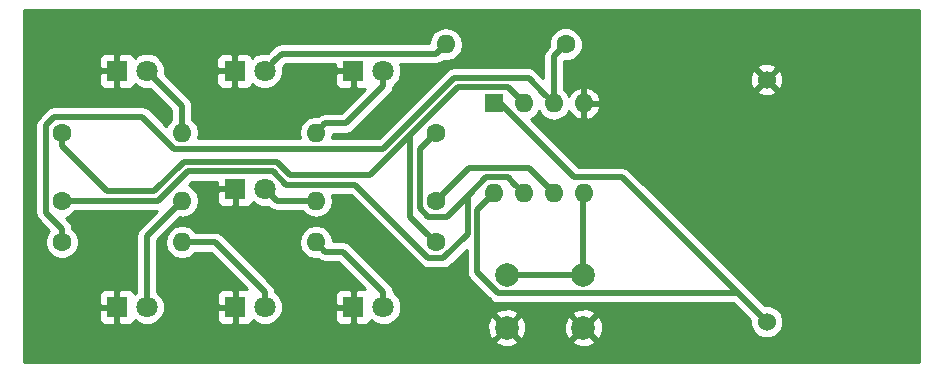
<source format=gbr>
G04 #@! TF.FileFunction,Copper,L1,Top,Signal*
%FSLAX46Y46*%
G04 Gerber Fmt 4.6, Leading zero omitted, Abs format (unit mm)*
G04 Created by KiCad (PCBNEW 4.0.7) date Thu Mar 29 16:49:58 2018*
%MOMM*%
%LPD*%
G01*
G04 APERTURE LIST*
%ADD10C,0.100000*%
%ADD11R,1.800000X1.800000*%
%ADD12C,1.800000*%
%ADD13C,2.000000*%
%ADD14R,1.600000X1.600000*%
%ADD15O,1.600000X1.600000*%
%ADD16C,1.524000*%
%ADD17C,1.600000*%
%ADD18C,0.500000*%
%ADD19C,0.254000*%
G04 APERTURE END LIST*
D10*
D11*
X138000000Y-73250000D03*
D12*
X140540000Y-73250000D03*
D11*
X148000000Y-63250000D03*
D12*
X150540000Y-63250000D03*
D11*
X128000000Y-83250000D03*
D12*
X130540000Y-83250000D03*
D11*
X128000000Y-63250000D03*
D12*
X130540000Y-63250000D03*
D11*
X148000000Y-83250000D03*
D12*
X150540000Y-83250000D03*
D11*
X137960000Y-63250000D03*
D12*
X140500000Y-63250000D03*
D11*
X138000000Y-83250000D03*
D12*
X140540000Y-83250000D03*
D13*
X161000000Y-80500000D03*
X161000000Y-85000000D03*
X167500000Y-80500000D03*
X167500000Y-85000000D03*
D14*
X159920000Y-66000000D03*
D15*
X167540000Y-73620000D03*
X162460000Y-66000000D03*
X165000000Y-73620000D03*
X165000000Y-66000000D03*
X162460000Y-73620000D03*
X167540000Y-66000000D03*
X159920000Y-73620000D03*
D16*
X183000000Y-84500000D03*
X183000000Y-64000000D03*
D17*
X155000000Y-74250000D03*
D15*
X144840000Y-74250000D03*
D17*
X155000000Y-68500000D03*
D15*
X144840000Y-68500000D03*
D17*
X123340000Y-74250000D03*
D15*
X133500000Y-74250000D03*
D17*
X123340000Y-68500000D03*
D15*
X133500000Y-68500000D03*
D17*
X155000000Y-77750000D03*
D15*
X144840000Y-77750000D03*
D17*
X166000000Y-61000000D03*
D15*
X155840000Y-61000000D03*
D17*
X123340000Y-77750000D03*
D15*
X133500000Y-77750000D03*
D18*
X140540000Y-73250000D02*
X141540000Y-74250000D01*
X141540000Y-74250000D02*
X144840000Y-74250000D01*
X140790000Y-73000000D02*
X140540000Y-73250000D01*
X144840000Y-68500000D02*
X145639999Y-67700001D01*
X145639999Y-67700001D02*
X147362791Y-67700001D01*
X147362791Y-67700001D02*
X150540000Y-64522792D01*
X150540000Y-64522792D02*
X150540000Y-63250000D01*
X150540000Y-63300000D02*
X150540000Y-63250000D01*
X133500000Y-74250000D02*
X130540000Y-77210000D01*
X130540000Y-77210000D02*
X130540000Y-83250000D01*
X133500000Y-66210000D02*
X133500000Y-68500000D01*
X130540000Y-63250000D02*
X133500000Y-66210000D01*
X144840000Y-77750000D02*
X145639999Y-78549999D01*
X147112791Y-78549999D02*
X150540000Y-81977208D01*
X145639999Y-78549999D02*
X147112791Y-78549999D01*
X150540000Y-81977208D02*
X150540000Y-83250000D01*
X150540000Y-82700000D02*
X150540000Y-83250000D01*
X155840000Y-61000000D02*
X155040001Y-61799999D01*
X155040001Y-61799999D02*
X141950001Y-61799999D01*
X141399999Y-62350001D02*
X140500000Y-63250000D01*
X141950001Y-61799999D02*
X141399999Y-62350001D01*
X133500000Y-77750000D02*
X136312792Y-77750000D01*
X136312792Y-77750000D02*
X140540000Y-81977208D01*
X140540000Y-81977208D02*
X140540000Y-83250000D01*
X165000000Y-73620000D02*
X162849989Y-71469989D01*
X162849989Y-71469989D02*
X157780011Y-71469989D01*
X157780011Y-71469989D02*
X155000000Y-74250000D01*
X167500000Y-80500000D02*
X167500000Y-73660000D01*
X167500000Y-73660000D02*
X167540000Y-73620000D01*
X161000000Y-80500000D02*
X167500000Y-80500000D01*
X159920000Y-66000000D02*
X160461998Y-66000000D01*
X160461998Y-66000000D02*
X166731997Y-72269999D01*
X166731997Y-72269999D02*
X170769999Y-72269999D01*
X170769999Y-72269999D02*
X180550001Y-82050001D01*
X159920000Y-73620000D02*
X158500000Y-75040000D01*
X158500000Y-75040000D02*
X158500000Y-80294002D01*
X158500000Y-80294002D02*
X160255999Y-82050001D01*
X160255999Y-82050001D02*
X180550001Y-82050001D01*
X180550001Y-82050001D02*
X183000000Y-84500000D01*
X155941997Y-75600001D02*
X157791998Y-73750000D01*
X131501998Y-74250000D02*
X134001998Y-71750000D01*
X142336001Y-72899999D02*
X148151997Y-72899999D01*
X148151997Y-72899999D02*
X154351999Y-79100001D01*
X157791998Y-73750000D02*
X159271999Y-72269999D01*
X155648001Y-79100001D02*
X157699990Y-77048012D01*
X123340000Y-74250000D02*
X131501998Y-74250000D01*
X134001998Y-71750000D02*
X141186002Y-71750000D01*
X141186002Y-71750000D02*
X142336001Y-72899999D01*
X154351999Y-79100001D02*
X155648001Y-79100001D01*
X157699990Y-77048012D02*
X157699990Y-73842008D01*
X157699990Y-73842008D02*
X157791998Y-73750000D01*
X155000000Y-68500000D02*
X153649999Y-69850001D01*
X161109999Y-72269999D02*
X161660001Y-72820001D01*
X153649999Y-69850001D02*
X153649999Y-74898001D01*
X153649999Y-74898001D02*
X154351999Y-75600001D01*
X154351999Y-75600001D02*
X155941997Y-75600001D01*
X159271999Y-72269999D02*
X161109999Y-72269999D01*
X161660001Y-72820001D02*
X162460000Y-73620000D01*
X142667375Y-72099989D02*
X149402009Y-72099989D01*
X149402009Y-72099989D02*
X152849989Y-68652009D01*
X127158620Y-73449990D02*
X131170624Y-73449990D01*
X131170624Y-73449990D02*
X133670624Y-70949990D01*
X133670624Y-70949990D02*
X141517376Y-70949990D01*
X141517376Y-70949990D02*
X142667375Y-72099989D01*
X123340000Y-68500000D02*
X123340000Y-69631370D01*
X123340000Y-69631370D02*
X127158620Y-73449990D01*
X162460000Y-66000000D02*
X161109999Y-64649999D01*
X161109999Y-64649999D02*
X156851999Y-64649999D01*
X156851999Y-64649999D02*
X152849989Y-68652009D01*
X152849989Y-68652009D02*
X152849989Y-75599989D01*
X154200001Y-76950001D02*
X155000000Y-77750000D01*
X152849989Y-75599989D02*
X154200001Y-76950001D01*
X165000000Y-66000000D02*
X165000000Y-62000000D01*
X165000000Y-62000000D02*
X166000000Y-61000000D01*
X123340000Y-77750000D02*
X123340000Y-76618630D01*
X121989999Y-75268629D02*
X121989999Y-67851999D01*
X123340000Y-76618630D02*
X121989999Y-75268629D01*
X121989999Y-67851999D02*
X122691999Y-67149999D01*
X122691999Y-67149999D02*
X130151997Y-67149999D01*
X150520613Y-69850001D02*
X156520625Y-63849989D01*
X156520625Y-63849989D02*
X162849989Y-63849989D01*
X130151997Y-67149999D02*
X132851999Y-69850001D01*
X132851999Y-69850001D02*
X150520613Y-69850001D01*
X162849989Y-63849989D02*
X164200001Y-65200001D01*
X164200001Y-65200001D02*
X165000000Y-66000000D01*
D19*
G36*
X195873000Y-87873000D02*
X120127000Y-87873000D01*
X120127000Y-86152532D01*
X160027073Y-86152532D01*
X160125736Y-86419387D01*
X160735461Y-86645908D01*
X161385460Y-86621856D01*
X161874264Y-86419387D01*
X161972927Y-86152532D01*
X166527073Y-86152532D01*
X166625736Y-86419387D01*
X167235461Y-86645908D01*
X167885460Y-86621856D01*
X168374264Y-86419387D01*
X168472927Y-86152532D01*
X167500000Y-85179605D01*
X166527073Y-86152532D01*
X161972927Y-86152532D01*
X161000000Y-85179605D01*
X160027073Y-86152532D01*
X120127000Y-86152532D01*
X120127000Y-83535750D01*
X126465000Y-83535750D01*
X126465000Y-84276310D01*
X126561673Y-84509699D01*
X126740302Y-84688327D01*
X126973691Y-84785000D01*
X127714250Y-84785000D01*
X127873000Y-84626250D01*
X127873000Y-83377000D01*
X126623750Y-83377000D01*
X126465000Y-83535750D01*
X120127000Y-83535750D01*
X120127000Y-82223690D01*
X126465000Y-82223690D01*
X126465000Y-82964250D01*
X126623750Y-83123000D01*
X127873000Y-83123000D01*
X127873000Y-81873750D01*
X127714250Y-81715000D01*
X126973691Y-81715000D01*
X126740302Y-81811673D01*
X126561673Y-81990301D01*
X126465000Y-82223690D01*
X120127000Y-82223690D01*
X120127000Y-67851999D01*
X121104998Y-67851999D01*
X121104999Y-67852004D01*
X121104999Y-75268624D01*
X121104998Y-75268629D01*
X121144506Y-75467243D01*
X121172366Y-75607304D01*
X121301787Y-75800997D01*
X121364209Y-75894419D01*
X122265145Y-76795354D01*
X122124176Y-76936077D01*
X121905250Y-77463309D01*
X121904752Y-78034187D01*
X122122757Y-78561800D01*
X122526077Y-78965824D01*
X123053309Y-79184750D01*
X123624187Y-79185248D01*
X124151800Y-78967243D01*
X124555824Y-78563923D01*
X124774750Y-78036691D01*
X124775248Y-77465813D01*
X124557243Y-76938200D01*
X124221709Y-76602080D01*
X124157633Y-76279956D01*
X124157633Y-76279955D01*
X123965790Y-75992840D01*
X123965787Y-75992838D01*
X123648253Y-75675304D01*
X124151800Y-75467243D01*
X124484623Y-75135000D01*
X131363420Y-75135000D01*
X129914210Y-76584210D01*
X129722367Y-76871325D01*
X129722367Y-76871326D01*
X129654999Y-77210000D01*
X129655000Y-77210005D01*
X129655000Y-81964532D01*
X129494159Y-82125092D01*
X129438327Y-81990301D01*
X129259698Y-81811673D01*
X129026309Y-81715000D01*
X128285750Y-81715000D01*
X128127000Y-81873750D01*
X128127000Y-83123000D01*
X128147000Y-83123000D01*
X128147000Y-83377000D01*
X128127000Y-83377000D01*
X128127000Y-84626250D01*
X128285750Y-84785000D01*
X129026309Y-84785000D01*
X129259698Y-84688327D01*
X129438327Y-84509699D01*
X129494119Y-84375006D01*
X129669357Y-84550551D01*
X130233330Y-84784733D01*
X130843991Y-84785265D01*
X131408371Y-84552068D01*
X131840551Y-84120643D01*
X132074733Y-83556670D01*
X132074751Y-83535750D01*
X136465000Y-83535750D01*
X136465000Y-84276310D01*
X136561673Y-84509699D01*
X136740302Y-84688327D01*
X136973691Y-84785000D01*
X137714250Y-84785000D01*
X137873000Y-84626250D01*
X137873000Y-83377000D01*
X136623750Y-83377000D01*
X136465000Y-83535750D01*
X132074751Y-83535750D01*
X132075265Y-82946009D01*
X131842068Y-82381629D01*
X131684405Y-82223690D01*
X136465000Y-82223690D01*
X136465000Y-82964250D01*
X136623750Y-83123000D01*
X137873000Y-83123000D01*
X137873000Y-81873750D01*
X137714250Y-81715000D01*
X136973691Y-81715000D01*
X136740302Y-81811673D01*
X136561673Y-81990301D01*
X136465000Y-82223690D01*
X131684405Y-82223690D01*
X131425000Y-81963831D01*
X131425000Y-77750000D01*
X132036887Y-77750000D01*
X132146120Y-78299151D01*
X132457189Y-78764698D01*
X132922736Y-79075767D01*
X133471887Y-79185000D01*
X133528113Y-79185000D01*
X134077264Y-79075767D01*
X134542811Y-78764698D01*
X134629473Y-78635000D01*
X135946212Y-78635000D01*
X139026213Y-81715000D01*
X138285750Y-81715000D01*
X138127000Y-81873750D01*
X138127000Y-83123000D01*
X138147000Y-83123000D01*
X138147000Y-83377000D01*
X138127000Y-83377000D01*
X138127000Y-84626250D01*
X138285750Y-84785000D01*
X139026309Y-84785000D01*
X139259698Y-84688327D01*
X139438327Y-84509699D01*
X139494119Y-84375006D01*
X139669357Y-84550551D01*
X140233330Y-84784733D01*
X140843991Y-84785265D01*
X141408371Y-84552068D01*
X141840551Y-84120643D01*
X142074733Y-83556670D01*
X142074751Y-83535750D01*
X146465000Y-83535750D01*
X146465000Y-84276310D01*
X146561673Y-84509699D01*
X146740302Y-84688327D01*
X146973691Y-84785000D01*
X147714250Y-84785000D01*
X147873000Y-84626250D01*
X147873000Y-83377000D01*
X146623750Y-83377000D01*
X146465000Y-83535750D01*
X142074751Y-83535750D01*
X142075265Y-82946009D01*
X141842068Y-82381629D01*
X141684405Y-82223690D01*
X146465000Y-82223690D01*
X146465000Y-82964250D01*
X146623750Y-83123000D01*
X147873000Y-83123000D01*
X147873000Y-81873750D01*
X147714250Y-81715000D01*
X146973691Y-81715000D01*
X146740302Y-81811673D01*
X146561673Y-81990301D01*
X146465000Y-82223690D01*
X141684405Y-82223690D01*
X141421678Y-81960504D01*
X141357633Y-81638534D01*
X141357633Y-81638533D01*
X141165790Y-81351418D01*
X141165787Y-81351416D01*
X137564372Y-77750000D01*
X143376887Y-77750000D01*
X143486120Y-78299151D01*
X143797189Y-78764698D01*
X144262736Y-79075767D01*
X144811887Y-79185000D01*
X144868113Y-79185000D01*
X144997654Y-79159233D01*
X145014207Y-79175786D01*
X145014209Y-79175789D01*
X145301324Y-79367632D01*
X145639999Y-79434999D01*
X146746211Y-79434999D01*
X149026213Y-81715000D01*
X148285750Y-81715000D01*
X148127000Y-81873750D01*
X148127000Y-83123000D01*
X148147000Y-83123000D01*
X148147000Y-83377000D01*
X148127000Y-83377000D01*
X148127000Y-84626250D01*
X148285750Y-84785000D01*
X149026309Y-84785000D01*
X149259698Y-84688327D01*
X149438327Y-84509699D01*
X149494119Y-84375006D01*
X149669357Y-84550551D01*
X150233330Y-84784733D01*
X150843991Y-84785265D01*
X150964525Y-84735461D01*
X159354092Y-84735461D01*
X159378144Y-85385460D01*
X159580613Y-85874264D01*
X159847468Y-85972927D01*
X160820395Y-85000000D01*
X161179605Y-85000000D01*
X162152532Y-85972927D01*
X162419387Y-85874264D01*
X162645908Y-85264539D01*
X162626331Y-84735461D01*
X165854092Y-84735461D01*
X165878144Y-85385460D01*
X166080613Y-85874264D01*
X166347468Y-85972927D01*
X167320395Y-85000000D01*
X167679605Y-85000000D01*
X168652532Y-85972927D01*
X168919387Y-85874264D01*
X169145908Y-85264539D01*
X169121856Y-84614540D01*
X168919387Y-84125736D01*
X168652532Y-84027073D01*
X167679605Y-85000000D01*
X167320395Y-85000000D01*
X166347468Y-84027073D01*
X166080613Y-84125736D01*
X165854092Y-84735461D01*
X162626331Y-84735461D01*
X162621856Y-84614540D01*
X162419387Y-84125736D01*
X162152532Y-84027073D01*
X161179605Y-85000000D01*
X160820395Y-85000000D01*
X159847468Y-84027073D01*
X159580613Y-84125736D01*
X159354092Y-84735461D01*
X150964525Y-84735461D01*
X151408371Y-84552068D01*
X151840551Y-84120643D01*
X151953983Y-83847468D01*
X160027073Y-83847468D01*
X161000000Y-84820395D01*
X161972927Y-83847468D01*
X166527073Y-83847468D01*
X167500000Y-84820395D01*
X168472927Y-83847468D01*
X168374264Y-83580613D01*
X167764539Y-83354092D01*
X167114540Y-83378144D01*
X166625736Y-83580613D01*
X166527073Y-83847468D01*
X161972927Y-83847468D01*
X161874264Y-83580613D01*
X161264539Y-83354092D01*
X160614540Y-83378144D01*
X160125736Y-83580613D01*
X160027073Y-83847468D01*
X151953983Y-83847468D01*
X152074733Y-83556670D01*
X152075265Y-82946009D01*
X151842068Y-82381629D01*
X151421677Y-81960502D01*
X151357633Y-81638533D01*
X151165790Y-81351418D01*
X151165787Y-81351416D01*
X147738581Y-77924209D01*
X147650933Y-77865645D01*
X147451466Y-77732366D01*
X147395275Y-77721189D01*
X147112791Y-77664998D01*
X147112786Y-77664999D01*
X146286205Y-77664999D01*
X146193880Y-77200849D01*
X145882811Y-76735302D01*
X145417264Y-76424233D01*
X144868113Y-76315000D01*
X144811887Y-76315000D01*
X144262736Y-76424233D01*
X143797189Y-76735302D01*
X143486120Y-77200849D01*
X143376887Y-77750000D01*
X137564372Y-77750000D01*
X136938582Y-77124210D01*
X136824543Y-77048012D01*
X136651467Y-76932367D01*
X136595276Y-76921190D01*
X136312792Y-76864999D01*
X136312787Y-76865000D01*
X134629473Y-76865000D01*
X134542811Y-76735302D01*
X134077264Y-76424233D01*
X133528113Y-76315000D01*
X133471887Y-76315000D01*
X132922736Y-76424233D01*
X132457189Y-76735302D01*
X132146120Y-77200849D01*
X132036887Y-77750000D01*
X131425000Y-77750000D01*
X131425000Y-77576580D01*
X133342346Y-75659233D01*
X133471887Y-75685000D01*
X133528113Y-75685000D01*
X134077264Y-75575767D01*
X134542811Y-75264698D01*
X134853880Y-74799151D01*
X134963113Y-74250000D01*
X134853880Y-73700849D01*
X134743565Y-73535750D01*
X136465000Y-73535750D01*
X136465000Y-74276310D01*
X136561673Y-74509699D01*
X136740302Y-74688327D01*
X136973691Y-74785000D01*
X137714250Y-74785000D01*
X137873000Y-74626250D01*
X137873000Y-73377000D01*
X136623750Y-73377000D01*
X136465000Y-73535750D01*
X134743565Y-73535750D01*
X134542811Y-73235302D01*
X134078511Y-72925066D01*
X134368577Y-72635000D01*
X136465000Y-72635000D01*
X136465000Y-72964250D01*
X136623750Y-73123000D01*
X137873000Y-73123000D01*
X137873000Y-73103000D01*
X138127000Y-73103000D01*
X138127000Y-73123000D01*
X138147000Y-73123000D01*
X138147000Y-73377000D01*
X138127000Y-73377000D01*
X138127000Y-74626250D01*
X138285750Y-74785000D01*
X139026309Y-74785000D01*
X139259698Y-74688327D01*
X139438327Y-74509699D01*
X139494119Y-74375006D01*
X139669357Y-74550551D01*
X140233330Y-74784733D01*
X140823668Y-74785247D01*
X140914208Y-74875787D01*
X140914210Y-74875790D01*
X141061510Y-74974212D01*
X141201326Y-75067634D01*
X141540000Y-75135001D01*
X141540005Y-75135000D01*
X143710527Y-75135000D01*
X143797189Y-75264698D01*
X144262736Y-75575767D01*
X144811887Y-75685000D01*
X144868113Y-75685000D01*
X145417264Y-75575767D01*
X145882811Y-75264698D01*
X146193880Y-74799151D01*
X146303113Y-74250000D01*
X146210618Y-73784999D01*
X147785417Y-73784999D01*
X153726207Y-79725788D01*
X153726209Y-79725791D01*
X154013324Y-79917634D01*
X154069515Y-79928811D01*
X154351999Y-79985002D01*
X154352004Y-79985001D01*
X155647996Y-79985001D01*
X155648001Y-79985002D01*
X155930485Y-79928811D01*
X155986676Y-79917634D01*
X156273791Y-79725791D01*
X157615000Y-78384581D01*
X157615000Y-80293997D01*
X157614999Y-80294002D01*
X157671190Y-80576486D01*
X157682367Y-80632677D01*
X157810067Y-80823795D01*
X157874210Y-80919792D01*
X159630207Y-82675788D01*
X159630209Y-82675791D01*
X159666441Y-82700000D01*
X159917325Y-82867635D01*
X160255999Y-82935002D01*
X160256004Y-82935001D01*
X180183421Y-82935001D01*
X181603126Y-84354706D01*
X181602758Y-84776661D01*
X181814990Y-85290303D01*
X182207630Y-85683629D01*
X182720900Y-85896757D01*
X183276661Y-85897242D01*
X183790303Y-85685010D01*
X184183629Y-85292370D01*
X184396757Y-84779100D01*
X184397242Y-84223339D01*
X184185010Y-83709697D01*
X183792370Y-83316371D01*
X183279100Y-83103243D01*
X182854452Y-83102872D01*
X181175791Y-81424211D01*
X181175788Y-81424209D01*
X171395789Y-71644209D01*
X171293377Y-71575780D01*
X171108674Y-71452366D01*
X171052483Y-71441189D01*
X170769999Y-71384998D01*
X170769994Y-71384999D01*
X167098576Y-71384999D01*
X163044103Y-67330526D01*
X163474698Y-67042811D01*
X163730000Y-66660725D01*
X163985302Y-67042811D01*
X164450849Y-67353880D01*
X165000000Y-67463113D01*
X165549151Y-67353880D01*
X166014698Y-67042811D01*
X166284986Y-66638297D01*
X166387611Y-66855134D01*
X166802577Y-67231041D01*
X167190961Y-67391904D01*
X167413000Y-67269915D01*
X167413000Y-66127000D01*
X167667000Y-66127000D01*
X167667000Y-67269915D01*
X167889039Y-67391904D01*
X168277423Y-67231041D01*
X168692389Y-66855134D01*
X168931914Y-66349041D01*
X168810629Y-66127000D01*
X167667000Y-66127000D01*
X167413000Y-66127000D01*
X167393000Y-66127000D01*
X167393000Y-65873000D01*
X167413000Y-65873000D01*
X167413000Y-64730085D01*
X167667000Y-64730085D01*
X167667000Y-65873000D01*
X168810629Y-65873000D01*
X168931914Y-65650959D01*
X168692389Y-65144866D01*
X168510628Y-64980213D01*
X182199392Y-64980213D01*
X182268857Y-65222397D01*
X182792302Y-65409144D01*
X183347368Y-65381362D01*
X183731143Y-65222397D01*
X183800608Y-64980213D01*
X183000000Y-64179605D01*
X182199392Y-64980213D01*
X168510628Y-64980213D01*
X168277423Y-64768959D01*
X167889039Y-64608096D01*
X167667000Y-64730085D01*
X167413000Y-64730085D01*
X167190961Y-64608096D01*
X166802577Y-64768959D01*
X166387611Y-65144866D01*
X166284986Y-65361703D01*
X166014698Y-64957189D01*
X165885000Y-64870527D01*
X165885000Y-63792302D01*
X181590856Y-63792302D01*
X181618638Y-64347368D01*
X181777603Y-64731143D01*
X182019787Y-64800608D01*
X182820395Y-64000000D01*
X183179605Y-64000000D01*
X183980213Y-64800608D01*
X184222397Y-64731143D01*
X184409144Y-64207698D01*
X184381362Y-63652632D01*
X184222397Y-63268857D01*
X183980213Y-63199392D01*
X183179605Y-64000000D01*
X182820395Y-64000000D01*
X182019787Y-63199392D01*
X181777603Y-63268857D01*
X181590856Y-63792302D01*
X165885000Y-63792302D01*
X165885000Y-63019787D01*
X182199392Y-63019787D01*
X183000000Y-63820395D01*
X183800608Y-63019787D01*
X183731143Y-62777603D01*
X183207698Y-62590856D01*
X182652632Y-62618638D01*
X182268857Y-62777603D01*
X182199392Y-63019787D01*
X165885000Y-63019787D01*
X165885000Y-62434900D01*
X166284187Y-62435248D01*
X166811800Y-62217243D01*
X167215824Y-61813923D01*
X167434750Y-61286691D01*
X167435248Y-60715813D01*
X167217243Y-60188200D01*
X166813923Y-59784176D01*
X166286691Y-59565250D01*
X165715813Y-59564752D01*
X165188200Y-59782757D01*
X164784176Y-60186077D01*
X164565250Y-60713309D01*
X164564840Y-61183580D01*
X164374210Y-61374210D01*
X164182367Y-61661325D01*
X164182367Y-61661326D01*
X164114999Y-62000000D01*
X164115000Y-62000005D01*
X164115000Y-63863420D01*
X163475779Y-63224199D01*
X163324323Y-63123000D01*
X163188664Y-63032356D01*
X163125476Y-63019787D01*
X162849989Y-62964988D01*
X162849984Y-62964989D01*
X156520625Y-62964989D01*
X156181950Y-63032356D01*
X155894835Y-63224199D01*
X155894833Y-63224202D01*
X150154033Y-68965001D01*
X146210618Y-68965001D01*
X146286205Y-68585001D01*
X147362786Y-68585001D01*
X147362791Y-68585002D01*
X147645275Y-68528811D01*
X147701466Y-68517634D01*
X147988581Y-68325791D01*
X151165787Y-65148584D01*
X151165790Y-65148582D01*
X151357633Y-64861467D01*
X151392073Y-64688327D01*
X151421855Y-64538608D01*
X151840551Y-64120643D01*
X152074733Y-63556670D01*
X152075265Y-62946009D01*
X151967418Y-62684999D01*
X155039996Y-62684999D01*
X155040001Y-62685000D01*
X155345606Y-62624210D01*
X155378676Y-62617632D01*
X155665791Y-62425789D01*
X155682347Y-62409233D01*
X155811887Y-62435000D01*
X155868113Y-62435000D01*
X156417264Y-62325767D01*
X156882811Y-62014698D01*
X157193880Y-61549151D01*
X157303113Y-61000000D01*
X157193880Y-60450849D01*
X156882811Y-59985302D01*
X156417264Y-59674233D01*
X155868113Y-59565000D01*
X155811887Y-59565000D01*
X155262736Y-59674233D01*
X154797189Y-59985302D01*
X154486120Y-60450849D01*
X154393795Y-60914999D01*
X141950006Y-60914999D01*
X141950001Y-60914998D01*
X141611326Y-60982366D01*
X141324211Y-61174209D01*
X141324209Y-61174212D01*
X140783173Y-61715247D01*
X140196009Y-61714735D01*
X139631629Y-61947932D01*
X139454159Y-62125092D01*
X139398327Y-61990301D01*
X139219698Y-61811673D01*
X138986309Y-61715000D01*
X138245750Y-61715000D01*
X138087000Y-61873750D01*
X138087000Y-63123000D01*
X138107000Y-63123000D01*
X138107000Y-63377000D01*
X138087000Y-63377000D01*
X138087000Y-64626250D01*
X138245750Y-64785000D01*
X138986309Y-64785000D01*
X139219698Y-64688327D01*
X139398327Y-64509699D01*
X139454119Y-64375006D01*
X139629357Y-64550551D01*
X140193330Y-64784733D01*
X140803991Y-64785265D01*
X141368371Y-64552068D01*
X141800551Y-64120643D01*
X142034733Y-63556670D01*
X142034751Y-63535750D01*
X146465000Y-63535750D01*
X146465000Y-64276310D01*
X146561673Y-64509699D01*
X146740302Y-64688327D01*
X146973691Y-64785000D01*
X147714250Y-64785000D01*
X147873000Y-64626250D01*
X147873000Y-63377000D01*
X146623750Y-63377000D01*
X146465000Y-63535750D01*
X142034751Y-63535750D01*
X142035247Y-62966333D01*
X142316580Y-62684999D01*
X146465000Y-62684999D01*
X146465000Y-62964250D01*
X146623750Y-63123000D01*
X147873000Y-63123000D01*
X147873000Y-63103000D01*
X148127000Y-63103000D01*
X148127000Y-63123000D01*
X148147000Y-63123000D01*
X148147000Y-63377000D01*
X148127000Y-63377000D01*
X148127000Y-64626250D01*
X148285750Y-64785000D01*
X149026213Y-64785000D01*
X146996211Y-66815001D01*
X145639999Y-66815001D01*
X145301324Y-66882368D01*
X145014209Y-67074211D01*
X145014207Y-67074214D01*
X144997654Y-67090767D01*
X144868113Y-67065000D01*
X144811887Y-67065000D01*
X144262736Y-67174233D01*
X143797189Y-67485302D01*
X143486120Y-67950849D01*
X143376887Y-68500000D01*
X143469382Y-68965001D01*
X134870618Y-68965001D01*
X134963113Y-68500000D01*
X134853880Y-67950849D01*
X134542811Y-67485302D01*
X134385000Y-67379856D01*
X134385000Y-66210005D01*
X134385001Y-66210000D01*
X134317633Y-65871325D01*
X134287208Y-65825790D01*
X134125790Y-65584210D01*
X134125787Y-65584208D01*
X132077329Y-63535750D01*
X136425000Y-63535750D01*
X136425000Y-64276310D01*
X136521673Y-64509699D01*
X136700302Y-64688327D01*
X136933691Y-64785000D01*
X137674250Y-64785000D01*
X137833000Y-64626250D01*
X137833000Y-63377000D01*
X136583750Y-63377000D01*
X136425000Y-63535750D01*
X132077329Y-63535750D01*
X132074753Y-63533174D01*
X132075265Y-62946009D01*
X131842068Y-62381629D01*
X131684405Y-62223690D01*
X136425000Y-62223690D01*
X136425000Y-62964250D01*
X136583750Y-63123000D01*
X137833000Y-63123000D01*
X137833000Y-61873750D01*
X137674250Y-61715000D01*
X136933691Y-61715000D01*
X136700302Y-61811673D01*
X136521673Y-61990301D01*
X136425000Y-62223690D01*
X131684405Y-62223690D01*
X131410643Y-61949449D01*
X130846670Y-61715267D01*
X130236009Y-61714735D01*
X129671629Y-61947932D01*
X129494159Y-62125092D01*
X129438327Y-61990301D01*
X129259698Y-61811673D01*
X129026309Y-61715000D01*
X128285750Y-61715000D01*
X128127000Y-61873750D01*
X128127000Y-63123000D01*
X128147000Y-63123000D01*
X128147000Y-63377000D01*
X128127000Y-63377000D01*
X128127000Y-64626250D01*
X128285750Y-64785000D01*
X129026309Y-64785000D01*
X129259698Y-64688327D01*
X129438327Y-64509699D01*
X129494119Y-64375006D01*
X129669357Y-64550551D01*
X130233330Y-64784733D01*
X130823668Y-64785247D01*
X132615000Y-66576579D01*
X132615000Y-67379856D01*
X132457189Y-67485302D01*
X132169474Y-67915897D01*
X130777787Y-66524209D01*
X130490672Y-66332366D01*
X130434481Y-66321189D01*
X130151997Y-66264998D01*
X130151992Y-66264999D01*
X122692004Y-66264999D01*
X122691999Y-66264998D01*
X122409515Y-66321189D01*
X122353324Y-66332366D01*
X122066209Y-66524209D01*
X122066207Y-66524212D01*
X121364209Y-67226209D01*
X121172366Y-67513324D01*
X121172366Y-67513325D01*
X121104998Y-67851999D01*
X120127000Y-67851999D01*
X120127000Y-63535750D01*
X126465000Y-63535750D01*
X126465000Y-64276310D01*
X126561673Y-64509699D01*
X126740302Y-64688327D01*
X126973691Y-64785000D01*
X127714250Y-64785000D01*
X127873000Y-64626250D01*
X127873000Y-63377000D01*
X126623750Y-63377000D01*
X126465000Y-63535750D01*
X120127000Y-63535750D01*
X120127000Y-62223690D01*
X126465000Y-62223690D01*
X126465000Y-62964250D01*
X126623750Y-63123000D01*
X127873000Y-63123000D01*
X127873000Y-61873750D01*
X127714250Y-61715000D01*
X126973691Y-61715000D01*
X126740302Y-61811673D01*
X126561673Y-61990301D01*
X126465000Y-62223690D01*
X120127000Y-62223690D01*
X120127000Y-58127000D01*
X195873000Y-58127000D01*
X195873000Y-87873000D01*
X195873000Y-87873000D01*
G37*
X195873000Y-87873000D02*
X120127000Y-87873000D01*
X120127000Y-86152532D01*
X160027073Y-86152532D01*
X160125736Y-86419387D01*
X160735461Y-86645908D01*
X161385460Y-86621856D01*
X161874264Y-86419387D01*
X161972927Y-86152532D01*
X166527073Y-86152532D01*
X166625736Y-86419387D01*
X167235461Y-86645908D01*
X167885460Y-86621856D01*
X168374264Y-86419387D01*
X168472927Y-86152532D01*
X167500000Y-85179605D01*
X166527073Y-86152532D01*
X161972927Y-86152532D01*
X161000000Y-85179605D01*
X160027073Y-86152532D01*
X120127000Y-86152532D01*
X120127000Y-83535750D01*
X126465000Y-83535750D01*
X126465000Y-84276310D01*
X126561673Y-84509699D01*
X126740302Y-84688327D01*
X126973691Y-84785000D01*
X127714250Y-84785000D01*
X127873000Y-84626250D01*
X127873000Y-83377000D01*
X126623750Y-83377000D01*
X126465000Y-83535750D01*
X120127000Y-83535750D01*
X120127000Y-82223690D01*
X126465000Y-82223690D01*
X126465000Y-82964250D01*
X126623750Y-83123000D01*
X127873000Y-83123000D01*
X127873000Y-81873750D01*
X127714250Y-81715000D01*
X126973691Y-81715000D01*
X126740302Y-81811673D01*
X126561673Y-81990301D01*
X126465000Y-82223690D01*
X120127000Y-82223690D01*
X120127000Y-67851999D01*
X121104998Y-67851999D01*
X121104999Y-67852004D01*
X121104999Y-75268624D01*
X121104998Y-75268629D01*
X121144506Y-75467243D01*
X121172366Y-75607304D01*
X121301787Y-75800997D01*
X121364209Y-75894419D01*
X122265145Y-76795354D01*
X122124176Y-76936077D01*
X121905250Y-77463309D01*
X121904752Y-78034187D01*
X122122757Y-78561800D01*
X122526077Y-78965824D01*
X123053309Y-79184750D01*
X123624187Y-79185248D01*
X124151800Y-78967243D01*
X124555824Y-78563923D01*
X124774750Y-78036691D01*
X124775248Y-77465813D01*
X124557243Y-76938200D01*
X124221709Y-76602080D01*
X124157633Y-76279956D01*
X124157633Y-76279955D01*
X123965790Y-75992840D01*
X123965787Y-75992838D01*
X123648253Y-75675304D01*
X124151800Y-75467243D01*
X124484623Y-75135000D01*
X131363420Y-75135000D01*
X129914210Y-76584210D01*
X129722367Y-76871325D01*
X129722367Y-76871326D01*
X129654999Y-77210000D01*
X129655000Y-77210005D01*
X129655000Y-81964532D01*
X129494159Y-82125092D01*
X129438327Y-81990301D01*
X129259698Y-81811673D01*
X129026309Y-81715000D01*
X128285750Y-81715000D01*
X128127000Y-81873750D01*
X128127000Y-83123000D01*
X128147000Y-83123000D01*
X128147000Y-83377000D01*
X128127000Y-83377000D01*
X128127000Y-84626250D01*
X128285750Y-84785000D01*
X129026309Y-84785000D01*
X129259698Y-84688327D01*
X129438327Y-84509699D01*
X129494119Y-84375006D01*
X129669357Y-84550551D01*
X130233330Y-84784733D01*
X130843991Y-84785265D01*
X131408371Y-84552068D01*
X131840551Y-84120643D01*
X132074733Y-83556670D01*
X132074751Y-83535750D01*
X136465000Y-83535750D01*
X136465000Y-84276310D01*
X136561673Y-84509699D01*
X136740302Y-84688327D01*
X136973691Y-84785000D01*
X137714250Y-84785000D01*
X137873000Y-84626250D01*
X137873000Y-83377000D01*
X136623750Y-83377000D01*
X136465000Y-83535750D01*
X132074751Y-83535750D01*
X132075265Y-82946009D01*
X131842068Y-82381629D01*
X131684405Y-82223690D01*
X136465000Y-82223690D01*
X136465000Y-82964250D01*
X136623750Y-83123000D01*
X137873000Y-83123000D01*
X137873000Y-81873750D01*
X137714250Y-81715000D01*
X136973691Y-81715000D01*
X136740302Y-81811673D01*
X136561673Y-81990301D01*
X136465000Y-82223690D01*
X131684405Y-82223690D01*
X131425000Y-81963831D01*
X131425000Y-77750000D01*
X132036887Y-77750000D01*
X132146120Y-78299151D01*
X132457189Y-78764698D01*
X132922736Y-79075767D01*
X133471887Y-79185000D01*
X133528113Y-79185000D01*
X134077264Y-79075767D01*
X134542811Y-78764698D01*
X134629473Y-78635000D01*
X135946212Y-78635000D01*
X139026213Y-81715000D01*
X138285750Y-81715000D01*
X138127000Y-81873750D01*
X138127000Y-83123000D01*
X138147000Y-83123000D01*
X138147000Y-83377000D01*
X138127000Y-83377000D01*
X138127000Y-84626250D01*
X138285750Y-84785000D01*
X139026309Y-84785000D01*
X139259698Y-84688327D01*
X139438327Y-84509699D01*
X139494119Y-84375006D01*
X139669357Y-84550551D01*
X140233330Y-84784733D01*
X140843991Y-84785265D01*
X141408371Y-84552068D01*
X141840551Y-84120643D01*
X142074733Y-83556670D01*
X142074751Y-83535750D01*
X146465000Y-83535750D01*
X146465000Y-84276310D01*
X146561673Y-84509699D01*
X146740302Y-84688327D01*
X146973691Y-84785000D01*
X147714250Y-84785000D01*
X147873000Y-84626250D01*
X147873000Y-83377000D01*
X146623750Y-83377000D01*
X146465000Y-83535750D01*
X142074751Y-83535750D01*
X142075265Y-82946009D01*
X141842068Y-82381629D01*
X141684405Y-82223690D01*
X146465000Y-82223690D01*
X146465000Y-82964250D01*
X146623750Y-83123000D01*
X147873000Y-83123000D01*
X147873000Y-81873750D01*
X147714250Y-81715000D01*
X146973691Y-81715000D01*
X146740302Y-81811673D01*
X146561673Y-81990301D01*
X146465000Y-82223690D01*
X141684405Y-82223690D01*
X141421678Y-81960504D01*
X141357633Y-81638534D01*
X141357633Y-81638533D01*
X141165790Y-81351418D01*
X141165787Y-81351416D01*
X137564372Y-77750000D01*
X143376887Y-77750000D01*
X143486120Y-78299151D01*
X143797189Y-78764698D01*
X144262736Y-79075767D01*
X144811887Y-79185000D01*
X144868113Y-79185000D01*
X144997654Y-79159233D01*
X145014207Y-79175786D01*
X145014209Y-79175789D01*
X145301324Y-79367632D01*
X145639999Y-79434999D01*
X146746211Y-79434999D01*
X149026213Y-81715000D01*
X148285750Y-81715000D01*
X148127000Y-81873750D01*
X148127000Y-83123000D01*
X148147000Y-83123000D01*
X148147000Y-83377000D01*
X148127000Y-83377000D01*
X148127000Y-84626250D01*
X148285750Y-84785000D01*
X149026309Y-84785000D01*
X149259698Y-84688327D01*
X149438327Y-84509699D01*
X149494119Y-84375006D01*
X149669357Y-84550551D01*
X150233330Y-84784733D01*
X150843991Y-84785265D01*
X150964525Y-84735461D01*
X159354092Y-84735461D01*
X159378144Y-85385460D01*
X159580613Y-85874264D01*
X159847468Y-85972927D01*
X160820395Y-85000000D01*
X161179605Y-85000000D01*
X162152532Y-85972927D01*
X162419387Y-85874264D01*
X162645908Y-85264539D01*
X162626331Y-84735461D01*
X165854092Y-84735461D01*
X165878144Y-85385460D01*
X166080613Y-85874264D01*
X166347468Y-85972927D01*
X167320395Y-85000000D01*
X167679605Y-85000000D01*
X168652532Y-85972927D01*
X168919387Y-85874264D01*
X169145908Y-85264539D01*
X169121856Y-84614540D01*
X168919387Y-84125736D01*
X168652532Y-84027073D01*
X167679605Y-85000000D01*
X167320395Y-85000000D01*
X166347468Y-84027073D01*
X166080613Y-84125736D01*
X165854092Y-84735461D01*
X162626331Y-84735461D01*
X162621856Y-84614540D01*
X162419387Y-84125736D01*
X162152532Y-84027073D01*
X161179605Y-85000000D01*
X160820395Y-85000000D01*
X159847468Y-84027073D01*
X159580613Y-84125736D01*
X159354092Y-84735461D01*
X150964525Y-84735461D01*
X151408371Y-84552068D01*
X151840551Y-84120643D01*
X151953983Y-83847468D01*
X160027073Y-83847468D01*
X161000000Y-84820395D01*
X161972927Y-83847468D01*
X166527073Y-83847468D01*
X167500000Y-84820395D01*
X168472927Y-83847468D01*
X168374264Y-83580613D01*
X167764539Y-83354092D01*
X167114540Y-83378144D01*
X166625736Y-83580613D01*
X166527073Y-83847468D01*
X161972927Y-83847468D01*
X161874264Y-83580613D01*
X161264539Y-83354092D01*
X160614540Y-83378144D01*
X160125736Y-83580613D01*
X160027073Y-83847468D01*
X151953983Y-83847468D01*
X152074733Y-83556670D01*
X152075265Y-82946009D01*
X151842068Y-82381629D01*
X151421677Y-81960502D01*
X151357633Y-81638533D01*
X151165790Y-81351418D01*
X151165787Y-81351416D01*
X147738581Y-77924209D01*
X147650933Y-77865645D01*
X147451466Y-77732366D01*
X147395275Y-77721189D01*
X147112791Y-77664998D01*
X147112786Y-77664999D01*
X146286205Y-77664999D01*
X146193880Y-77200849D01*
X145882811Y-76735302D01*
X145417264Y-76424233D01*
X144868113Y-76315000D01*
X144811887Y-76315000D01*
X144262736Y-76424233D01*
X143797189Y-76735302D01*
X143486120Y-77200849D01*
X143376887Y-77750000D01*
X137564372Y-77750000D01*
X136938582Y-77124210D01*
X136824543Y-77048012D01*
X136651467Y-76932367D01*
X136595276Y-76921190D01*
X136312792Y-76864999D01*
X136312787Y-76865000D01*
X134629473Y-76865000D01*
X134542811Y-76735302D01*
X134077264Y-76424233D01*
X133528113Y-76315000D01*
X133471887Y-76315000D01*
X132922736Y-76424233D01*
X132457189Y-76735302D01*
X132146120Y-77200849D01*
X132036887Y-77750000D01*
X131425000Y-77750000D01*
X131425000Y-77576580D01*
X133342346Y-75659233D01*
X133471887Y-75685000D01*
X133528113Y-75685000D01*
X134077264Y-75575767D01*
X134542811Y-75264698D01*
X134853880Y-74799151D01*
X134963113Y-74250000D01*
X134853880Y-73700849D01*
X134743565Y-73535750D01*
X136465000Y-73535750D01*
X136465000Y-74276310D01*
X136561673Y-74509699D01*
X136740302Y-74688327D01*
X136973691Y-74785000D01*
X137714250Y-74785000D01*
X137873000Y-74626250D01*
X137873000Y-73377000D01*
X136623750Y-73377000D01*
X136465000Y-73535750D01*
X134743565Y-73535750D01*
X134542811Y-73235302D01*
X134078511Y-72925066D01*
X134368577Y-72635000D01*
X136465000Y-72635000D01*
X136465000Y-72964250D01*
X136623750Y-73123000D01*
X137873000Y-73123000D01*
X137873000Y-73103000D01*
X138127000Y-73103000D01*
X138127000Y-73123000D01*
X138147000Y-73123000D01*
X138147000Y-73377000D01*
X138127000Y-73377000D01*
X138127000Y-74626250D01*
X138285750Y-74785000D01*
X139026309Y-74785000D01*
X139259698Y-74688327D01*
X139438327Y-74509699D01*
X139494119Y-74375006D01*
X139669357Y-74550551D01*
X140233330Y-74784733D01*
X140823668Y-74785247D01*
X140914208Y-74875787D01*
X140914210Y-74875790D01*
X141061510Y-74974212D01*
X141201326Y-75067634D01*
X141540000Y-75135001D01*
X141540005Y-75135000D01*
X143710527Y-75135000D01*
X143797189Y-75264698D01*
X144262736Y-75575767D01*
X144811887Y-75685000D01*
X144868113Y-75685000D01*
X145417264Y-75575767D01*
X145882811Y-75264698D01*
X146193880Y-74799151D01*
X146303113Y-74250000D01*
X146210618Y-73784999D01*
X147785417Y-73784999D01*
X153726207Y-79725788D01*
X153726209Y-79725791D01*
X154013324Y-79917634D01*
X154069515Y-79928811D01*
X154351999Y-79985002D01*
X154352004Y-79985001D01*
X155647996Y-79985001D01*
X155648001Y-79985002D01*
X155930485Y-79928811D01*
X155986676Y-79917634D01*
X156273791Y-79725791D01*
X157615000Y-78384581D01*
X157615000Y-80293997D01*
X157614999Y-80294002D01*
X157671190Y-80576486D01*
X157682367Y-80632677D01*
X157810067Y-80823795D01*
X157874210Y-80919792D01*
X159630207Y-82675788D01*
X159630209Y-82675791D01*
X159666441Y-82700000D01*
X159917325Y-82867635D01*
X160255999Y-82935002D01*
X160256004Y-82935001D01*
X180183421Y-82935001D01*
X181603126Y-84354706D01*
X181602758Y-84776661D01*
X181814990Y-85290303D01*
X182207630Y-85683629D01*
X182720900Y-85896757D01*
X183276661Y-85897242D01*
X183790303Y-85685010D01*
X184183629Y-85292370D01*
X184396757Y-84779100D01*
X184397242Y-84223339D01*
X184185010Y-83709697D01*
X183792370Y-83316371D01*
X183279100Y-83103243D01*
X182854452Y-83102872D01*
X181175791Y-81424211D01*
X181175788Y-81424209D01*
X171395789Y-71644209D01*
X171293377Y-71575780D01*
X171108674Y-71452366D01*
X171052483Y-71441189D01*
X170769999Y-71384998D01*
X170769994Y-71384999D01*
X167098576Y-71384999D01*
X163044103Y-67330526D01*
X163474698Y-67042811D01*
X163730000Y-66660725D01*
X163985302Y-67042811D01*
X164450849Y-67353880D01*
X165000000Y-67463113D01*
X165549151Y-67353880D01*
X166014698Y-67042811D01*
X166284986Y-66638297D01*
X166387611Y-66855134D01*
X166802577Y-67231041D01*
X167190961Y-67391904D01*
X167413000Y-67269915D01*
X167413000Y-66127000D01*
X167667000Y-66127000D01*
X167667000Y-67269915D01*
X167889039Y-67391904D01*
X168277423Y-67231041D01*
X168692389Y-66855134D01*
X168931914Y-66349041D01*
X168810629Y-66127000D01*
X167667000Y-66127000D01*
X167413000Y-66127000D01*
X167393000Y-66127000D01*
X167393000Y-65873000D01*
X167413000Y-65873000D01*
X167413000Y-64730085D01*
X167667000Y-64730085D01*
X167667000Y-65873000D01*
X168810629Y-65873000D01*
X168931914Y-65650959D01*
X168692389Y-65144866D01*
X168510628Y-64980213D01*
X182199392Y-64980213D01*
X182268857Y-65222397D01*
X182792302Y-65409144D01*
X183347368Y-65381362D01*
X183731143Y-65222397D01*
X183800608Y-64980213D01*
X183000000Y-64179605D01*
X182199392Y-64980213D01*
X168510628Y-64980213D01*
X168277423Y-64768959D01*
X167889039Y-64608096D01*
X167667000Y-64730085D01*
X167413000Y-64730085D01*
X167190961Y-64608096D01*
X166802577Y-64768959D01*
X166387611Y-65144866D01*
X166284986Y-65361703D01*
X166014698Y-64957189D01*
X165885000Y-64870527D01*
X165885000Y-63792302D01*
X181590856Y-63792302D01*
X181618638Y-64347368D01*
X181777603Y-64731143D01*
X182019787Y-64800608D01*
X182820395Y-64000000D01*
X183179605Y-64000000D01*
X183980213Y-64800608D01*
X184222397Y-64731143D01*
X184409144Y-64207698D01*
X184381362Y-63652632D01*
X184222397Y-63268857D01*
X183980213Y-63199392D01*
X183179605Y-64000000D01*
X182820395Y-64000000D01*
X182019787Y-63199392D01*
X181777603Y-63268857D01*
X181590856Y-63792302D01*
X165885000Y-63792302D01*
X165885000Y-63019787D01*
X182199392Y-63019787D01*
X183000000Y-63820395D01*
X183800608Y-63019787D01*
X183731143Y-62777603D01*
X183207698Y-62590856D01*
X182652632Y-62618638D01*
X182268857Y-62777603D01*
X182199392Y-63019787D01*
X165885000Y-63019787D01*
X165885000Y-62434900D01*
X166284187Y-62435248D01*
X166811800Y-62217243D01*
X167215824Y-61813923D01*
X167434750Y-61286691D01*
X167435248Y-60715813D01*
X167217243Y-60188200D01*
X166813923Y-59784176D01*
X166286691Y-59565250D01*
X165715813Y-59564752D01*
X165188200Y-59782757D01*
X164784176Y-60186077D01*
X164565250Y-60713309D01*
X164564840Y-61183580D01*
X164374210Y-61374210D01*
X164182367Y-61661325D01*
X164182367Y-61661326D01*
X164114999Y-62000000D01*
X164115000Y-62000005D01*
X164115000Y-63863420D01*
X163475779Y-63224199D01*
X163324323Y-63123000D01*
X163188664Y-63032356D01*
X163125476Y-63019787D01*
X162849989Y-62964988D01*
X162849984Y-62964989D01*
X156520625Y-62964989D01*
X156181950Y-63032356D01*
X155894835Y-63224199D01*
X155894833Y-63224202D01*
X150154033Y-68965001D01*
X146210618Y-68965001D01*
X146286205Y-68585001D01*
X147362786Y-68585001D01*
X147362791Y-68585002D01*
X147645275Y-68528811D01*
X147701466Y-68517634D01*
X147988581Y-68325791D01*
X151165787Y-65148584D01*
X151165790Y-65148582D01*
X151357633Y-64861467D01*
X151392073Y-64688327D01*
X151421855Y-64538608D01*
X151840551Y-64120643D01*
X152074733Y-63556670D01*
X152075265Y-62946009D01*
X151967418Y-62684999D01*
X155039996Y-62684999D01*
X155040001Y-62685000D01*
X155345606Y-62624210D01*
X155378676Y-62617632D01*
X155665791Y-62425789D01*
X155682347Y-62409233D01*
X155811887Y-62435000D01*
X155868113Y-62435000D01*
X156417264Y-62325767D01*
X156882811Y-62014698D01*
X157193880Y-61549151D01*
X157303113Y-61000000D01*
X157193880Y-60450849D01*
X156882811Y-59985302D01*
X156417264Y-59674233D01*
X155868113Y-59565000D01*
X155811887Y-59565000D01*
X155262736Y-59674233D01*
X154797189Y-59985302D01*
X154486120Y-60450849D01*
X154393795Y-60914999D01*
X141950006Y-60914999D01*
X141950001Y-60914998D01*
X141611326Y-60982366D01*
X141324211Y-61174209D01*
X141324209Y-61174212D01*
X140783173Y-61715247D01*
X140196009Y-61714735D01*
X139631629Y-61947932D01*
X139454159Y-62125092D01*
X139398327Y-61990301D01*
X139219698Y-61811673D01*
X138986309Y-61715000D01*
X138245750Y-61715000D01*
X138087000Y-61873750D01*
X138087000Y-63123000D01*
X138107000Y-63123000D01*
X138107000Y-63377000D01*
X138087000Y-63377000D01*
X138087000Y-64626250D01*
X138245750Y-64785000D01*
X138986309Y-64785000D01*
X139219698Y-64688327D01*
X139398327Y-64509699D01*
X139454119Y-64375006D01*
X139629357Y-64550551D01*
X140193330Y-64784733D01*
X140803991Y-64785265D01*
X141368371Y-64552068D01*
X141800551Y-64120643D01*
X142034733Y-63556670D01*
X142034751Y-63535750D01*
X146465000Y-63535750D01*
X146465000Y-64276310D01*
X146561673Y-64509699D01*
X146740302Y-64688327D01*
X146973691Y-64785000D01*
X147714250Y-64785000D01*
X147873000Y-64626250D01*
X147873000Y-63377000D01*
X146623750Y-63377000D01*
X146465000Y-63535750D01*
X142034751Y-63535750D01*
X142035247Y-62966333D01*
X142316580Y-62684999D01*
X146465000Y-62684999D01*
X146465000Y-62964250D01*
X146623750Y-63123000D01*
X147873000Y-63123000D01*
X147873000Y-63103000D01*
X148127000Y-63103000D01*
X148127000Y-63123000D01*
X148147000Y-63123000D01*
X148147000Y-63377000D01*
X148127000Y-63377000D01*
X148127000Y-64626250D01*
X148285750Y-64785000D01*
X149026213Y-64785000D01*
X146996211Y-66815001D01*
X145639999Y-66815001D01*
X145301324Y-66882368D01*
X145014209Y-67074211D01*
X145014207Y-67074214D01*
X144997654Y-67090767D01*
X144868113Y-67065000D01*
X144811887Y-67065000D01*
X144262736Y-67174233D01*
X143797189Y-67485302D01*
X143486120Y-67950849D01*
X143376887Y-68500000D01*
X143469382Y-68965001D01*
X134870618Y-68965001D01*
X134963113Y-68500000D01*
X134853880Y-67950849D01*
X134542811Y-67485302D01*
X134385000Y-67379856D01*
X134385000Y-66210005D01*
X134385001Y-66210000D01*
X134317633Y-65871325D01*
X134287208Y-65825790D01*
X134125790Y-65584210D01*
X134125787Y-65584208D01*
X132077329Y-63535750D01*
X136425000Y-63535750D01*
X136425000Y-64276310D01*
X136521673Y-64509699D01*
X136700302Y-64688327D01*
X136933691Y-64785000D01*
X137674250Y-64785000D01*
X137833000Y-64626250D01*
X137833000Y-63377000D01*
X136583750Y-63377000D01*
X136425000Y-63535750D01*
X132077329Y-63535750D01*
X132074753Y-63533174D01*
X132075265Y-62946009D01*
X131842068Y-62381629D01*
X131684405Y-62223690D01*
X136425000Y-62223690D01*
X136425000Y-62964250D01*
X136583750Y-63123000D01*
X137833000Y-63123000D01*
X137833000Y-61873750D01*
X137674250Y-61715000D01*
X136933691Y-61715000D01*
X136700302Y-61811673D01*
X136521673Y-61990301D01*
X136425000Y-62223690D01*
X131684405Y-62223690D01*
X131410643Y-61949449D01*
X130846670Y-61715267D01*
X130236009Y-61714735D01*
X129671629Y-61947932D01*
X129494159Y-62125092D01*
X129438327Y-61990301D01*
X129259698Y-61811673D01*
X129026309Y-61715000D01*
X128285750Y-61715000D01*
X128127000Y-61873750D01*
X128127000Y-63123000D01*
X128147000Y-63123000D01*
X128147000Y-63377000D01*
X128127000Y-63377000D01*
X128127000Y-64626250D01*
X128285750Y-64785000D01*
X129026309Y-64785000D01*
X129259698Y-64688327D01*
X129438327Y-64509699D01*
X129494119Y-64375006D01*
X129669357Y-64550551D01*
X130233330Y-64784733D01*
X130823668Y-64785247D01*
X132615000Y-66576579D01*
X132615000Y-67379856D01*
X132457189Y-67485302D01*
X132169474Y-67915897D01*
X130777787Y-66524209D01*
X130490672Y-66332366D01*
X130434481Y-66321189D01*
X130151997Y-66264998D01*
X130151992Y-66264999D01*
X122692004Y-66264999D01*
X122691999Y-66264998D01*
X122409515Y-66321189D01*
X122353324Y-66332366D01*
X122066209Y-66524209D01*
X122066207Y-66524212D01*
X121364209Y-67226209D01*
X121172366Y-67513324D01*
X121172366Y-67513325D01*
X121104998Y-67851999D01*
X120127000Y-67851999D01*
X120127000Y-63535750D01*
X126465000Y-63535750D01*
X126465000Y-64276310D01*
X126561673Y-64509699D01*
X126740302Y-64688327D01*
X126973691Y-64785000D01*
X127714250Y-64785000D01*
X127873000Y-64626250D01*
X127873000Y-63377000D01*
X126623750Y-63377000D01*
X126465000Y-63535750D01*
X120127000Y-63535750D01*
X120127000Y-62223690D01*
X126465000Y-62223690D01*
X126465000Y-62964250D01*
X126623750Y-63123000D01*
X127873000Y-63123000D01*
X127873000Y-61873750D01*
X127714250Y-61715000D01*
X126973691Y-61715000D01*
X126740302Y-61811673D01*
X126561673Y-61990301D01*
X126465000Y-62223690D01*
X120127000Y-62223690D01*
X120127000Y-58127000D01*
X195873000Y-58127000D01*
X195873000Y-87873000D01*
M02*

</source>
